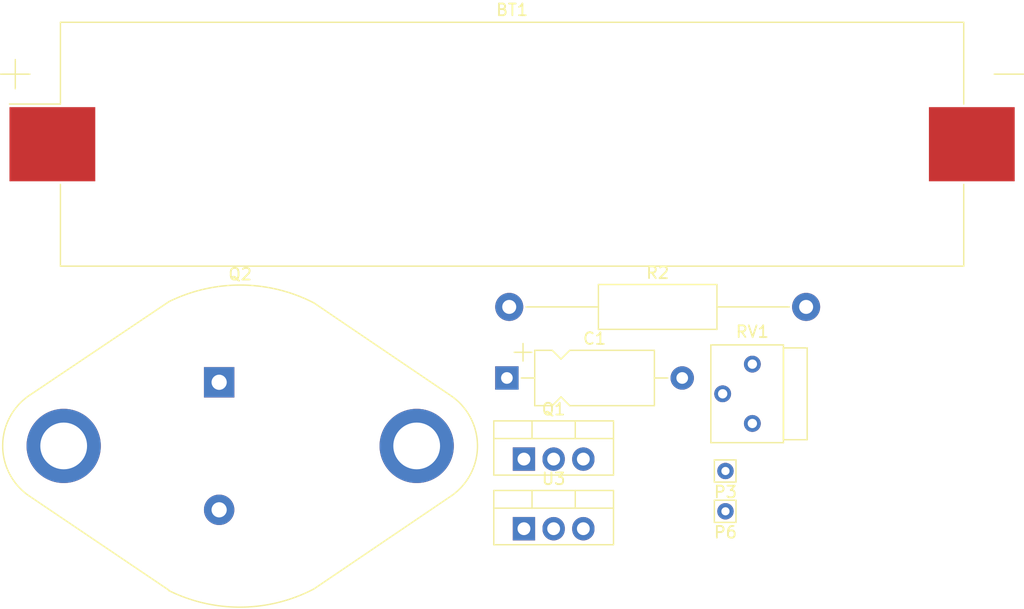
<source format=kicad_pcb>
(kicad_pcb (version 20221018) (generator pcbnew)
  (layers (0 "F.Cu" signal) (31 "B.Cu" signal) (34 "B.Paste" user) (35 "F.Paste" user) (36 "B.SilkS" user) (37 "F.SilkS" user) (38 "B.Mask" user) (39 "F.Mask" user) (44 "Edge.Cuts" user))
  (net 0 "")
  (net 1 "+BATT")
  (net 2 "GND")
  (net 3 "Net-(Q2-B)")
  (net 4 "Net-(Q1-C)")
  (net 5 "B_OUT")
  (net 6 "EN")
  (net 7 "Net-(U3-VO)")
  (net 8 "Net-(R2-Pad2)")
  (footprint "Capacitor_THT:CP_Axial_L10.0mm_D4.5mm_P15.00mm_Horizontal" (layer "F.Cu") (at 197.2 133.365)
    (fp_text reference "C1" (at 7.5 -3.37) (layer "F.SilkS"))
    (fp_text value "10 uF")
    (fp_line (start 0.63 -2.2) (end 2.13 -2.2) (stroke (width 0.12)) (layer "F.SilkS"))
    (fp_line (start 1.24 0) (end 2.38 0) (stroke (width 0.12)) (layer "F.SilkS"))
    (fp_line (start 1.38 -2.95) (end 1.38 -1.45) (stroke (width 0.12)) (layer "F.SilkS"))
    (fp_line (start 2.38 -2.37) (end 2.38 2.37) (stroke (width 0.12)) (layer "F.SilkS"))
    (fp_line (start 2.38 -2.37) (end 3.88 -2.37) (stroke (width 0.12)) (layer "F.SilkS"))
    (fp_line (start 2.38 2.37) (end 3.88 2.37) (stroke (width 0.12)) (layer "F.SilkS"))
    (fp_line (start 3.88 -2.37) (end 4.63 -1.62) (stroke (width 0.12)) (layer "F.SilkS"))
    (fp_line (start 3.88 2.37) (end 4.63 1.62) (stroke (width 0.12)) (layer "F.SilkS"))
    (fp_line (start 4.63 -1.62) (end 5.38 -2.37) (stroke (width 0.12)) (layer "F.SilkS"))
    (fp_line (start 4.63 1.62) (end 5.38 2.37) (stroke (width 0.12)) (layer "F.SilkS"))
    (fp_line (start 5.38 -2.37) (end 12.62 -2.37) (stroke (width 0.12)) (layer "F.SilkS"))
    (fp_line (start 5.38 2.37) (end 12.62 2.37) (stroke (width 0.12)) (layer "F.SilkS"))
    (fp_line (start 12.62 -2.37) (end 12.62 2.37) (stroke (width 0.12)) (layer "F.SilkS"))
    (fp_line (start 13.76 0) (end 12.62 0) (stroke (width 0.12)) (layer "F.SilkS"))
    (pad "1" thru_hole rect (at 0 0) (size 2 2) (drill 1) (layers "*.Cu" "*.Mask") (net 3 "Net-(Q2-B)"))
    (pad "2" thru_hole oval (at 15 0) (size 2 2) (drill 1) (layers "*.Cu" "*.Mask") (net 4 "Net-(Q1-C)"))
  )
  (footprint "Battery:BatteryHolder_Keystone_1042_1x18650" (layer "F.Cu") (at 197.645 113.35)
    (fp_text reference "BT1" (at 0 -11.5) (layer "F.SilkS"))
    (fp_text value "Battery")
    (fp_line (start -43.75 -6) (end -41.25 -6) (stroke (width 0.12)) (layer "F.SilkS"))
    (fp_line (start -42.5 -4.75) (end -42.5 -7.25) (stroke (width 0.12)) (layer "F.SilkS"))
    (fp_line (start -38.64 -10.44) (end -38.64 -3.44) (stroke (width 0.12)) (layer "F.SilkS"))
    (fp_line (start -38.64 -3.44) (end -43 -3.44) (stroke (width 0.12)) (layer "F.SilkS"))
    (fp_line (start -38.64 10.44) (end -38.64 3.44) (stroke (width 0.12)) (layer "F.SilkS"))
    (fp_line (start 38.64 -10.44) (end -38.64 -10.44) (stroke (width 0.12)) (layer "F.SilkS"))
    (fp_line (start 38.64 -3.44) (end 38.64 -10.42) (stroke (width 0.12)) (layer "F.SilkS"))
    (fp_line (start 38.64 3.44) (end 38.64 10.44) (stroke (width 0.12)) (layer "F.SilkS"))
    (fp_line (start 38.64 10.44) (end -38.64 10.44) (stroke (width 0.12)) (layer "F.SilkS"))
    (fp_line (start 43.75 -6) (end 41.25 -6) (stroke (width 0.12)) (layer "F.SilkS"))
    (pad "" np_thru_hole circle (at -35.93 -8) (size 2.39 2.39) (drill 2.39) (layers "*.Cu" "*.Mask"))
    (pad "" np_thru_hole circle (at -27.6 8) (size 3.45 3.45) (drill 3.45) (layers "*.Cu" "*.Mask"))
    (pad "" np_thru_hole circle (at 27.6 -8) (size 3.45 3.45) (drill 3.45) (layers "*.Cu" "*.Mask"))
    (pad "1" smd rect (at -39.33 0) (size 7.34 6.35) (layers "F.Cu" "F.Paste" "F.Mask") (net 1 "+BATT"))
    (pad "2" smd rect (at 39.33 0) (size 7.34 6.35) (layers "F.Cu" "F.Paste" "F.Mask") (net 2 "GND"))
  )
  (footprint "Package_TO_SOT_THT:TO-220-3_Vertical" (layer "F.Cu") (at 198.66 146.27)
    (fp_text reference "U3" (at 2.54 -4.27) (layer "F.SilkS"))
    (fp_text value "LM317_TO-220")
    (fp_line (start -2.58 -3.27) (end -2.58 1.371) (stroke (width 0.12)) (layer "F.SilkS"))
    (fp_line (start -2.58 -3.27) (end 7.66 -3.27) (stroke (width 0.12)) (layer "F.SilkS"))
    (fp_line (start -2.58 -1.76) (end 7.66 -1.76) (stroke (width 0.12)) (layer "F.SilkS"))
    (fp_line (start -2.58 1.371) (end 7.66 1.371) (stroke (width 0.12)) (layer "F.SilkS"))
    (fp_line (start 0.69 -3.27) (end 0.69 -1.76) (stroke (width 0.12)) (layer "F.SilkS"))
    (fp_line (start 4.391 -3.27) (end 4.391 -1.76) (stroke (width 0.12)) (layer "F.SilkS"))
    (fp_line (start 7.66 -3.27) (end 7.66 1.371) (stroke (width 0.12)) (layer "F.SilkS"))
    (pad "1" thru_hole rect (at 0 0) (size 1.905 2) (drill 1.1) (layers "*.Cu" "*.Mask"))
    (pad "2" thru_hole oval (at 2.54 0) (size 1.905 2) (drill 1.1) (layers "*.Cu" "*.Mask") (net 7 "Net-(U3-VO)"))
    (pad "3" thru_hole oval (at 5.08 0) (size 1.905 2) (drill 1.1) (layers "*.Cu" "*.Mask") (net 3 "Net-(Q2-B)"))
  )
  (footprint "Connector_Pin:Pin_D0.7mm_L6.5mm_W1.8mm_FlatFork" (layer "F.Cu") (at 215.9 144.78)
    (fp_text reference "P6" (at 0 1.8) (layer "F.SilkS"))
    (fp_text value "CONN_1")
    (fp_line (start -0.95 -0.95) (end -0.95 0.95) (stroke (width 0.12)) (layer "F.SilkS"))
    (fp_line (start -0.95 0.95) (end 0.9 0.95) (stroke (width 0.12)) (layer "F.SilkS"))
    (fp_line (start 0.9 -0.95) (end -0.95 -0.95) (stroke (width 0.12)) (layer "F.SilkS"))
    (fp_line (start 0.9 -0.9) (end 0.9 -0.95) (stroke (width 0.12)) (layer "F.SilkS"))
    (fp_line (start 0.9 0.95) (end 0.9 -0.9) (stroke (width 0.12)) (layer "F.SilkS"))
    (pad "1" thru_hole circle (at 0 0) (size 1.4 1.4) (drill 0.7) (layers "*.Cu" "*.Mask") (net 2 "GND"))
  )
  (footprint "Potentiometer_THT:Potentiometer_Bourns_3339S_Horizontal" (layer "F.Cu") (at 218.2 132.18)
    (fp_text reference "RV1" (at 0 -2.775) (layer "F.SilkS"))
    (fp_text value "0-1k")
    (fp_line (start -3.55 -1.646) (end -3.55 6.725) (stroke (width 0.12)) (layer "F.SilkS"))
    (fp_line (start -3.55 -1.646) (end 2.66 -1.646) (stroke (width 0.12)) (layer "F.SilkS"))
    (fp_line (start -3.55 6.725) (end 2.66 6.725) (stroke (width 0.12)) (layer "F.SilkS"))
    (fp_line (start 2.66 -1.646) (end 2.66 6.725) (stroke (width 0.12)) (layer "F.SilkS"))
    (fp_line (start 2.66 -1.39) (end 2.66 6.471) (stroke (width 0.12)) (layer "F.SilkS"))
    (fp_line (start 2.66 -1.39) (end 4.69 -1.39) (stroke (width 0.12)) (layer "F.SilkS"))
    (fp_line (start 2.66 6.471) (end 4.69 6.471) (stroke (width 0.12)) (layer "F.SilkS"))
    (fp_line (start 4.69 -1.39) (end 4.69 6.471) (stroke (width 0.12)) (layer "F.SilkS"))
    (pad "1" thru_hole circle (at 0 0) (size 1.44 1.44) (drill 0.8) (layers "*.Cu" "*.Mask") (net 4 "Net-(Q1-C)"))
    (pad "2" thru_hole circle (at -2.54 2.54) (size 1.44 1.44) (drill 0.8) (layers "*.Cu" "*.Mask") (net 4 "Net-(Q1-C)"))
    (pad "3" thru_hole circle (at 0 5.08) (size 1.44 1.44) (drill 0.8) (layers "*.Cu" "*.Mask") (net 8 "Net-(R2-Pad2)"))
  )
  (footprint "Package_TO_SOT_THT:TO-220-3_Vertical" (layer "F.Cu") (at 198.66 140.31)
    (fp_text reference "Q1" (at 2.54 -4.27) (layer "F.SilkS"))
    (fp_text value "TIP120")
    (fp_line (start -2.58 -3.27) (end -2.58 1.371) (stroke (width 0.12)) (layer "F.SilkS"))
    (fp_line (start -2.58 -3.27) (end 7.66 -3.27) (stroke (width 0.12)) (layer "F.SilkS"))
    (fp_line (start -2.58 -1.76) (end 7.66 -1.76) (stroke (width 0.12)) (layer "F.SilkS"))
    (fp_line (start -2.58 1.371) (end 7.66 1.371) (stroke (width 0.12)) (layer "F.SilkS"))
    (fp_line (start 0.69 -3.27) (end 0.69 -1.76) (stroke (width 0.12)) (layer "F.SilkS"))
    (fp_line (start 4.391 -3.27) (end 4.391 -1.76) (stroke (width 0.12)) (layer "F.SilkS"))
    (fp_line (start 7.66 -3.27) (end 7.66 1.371) (stroke (width 0.12)) (layer "F.SilkS"))
    (pad "1" thru_hole rect (at 0 0) (size 1.905 2) (drill 1.1) (layers "*.Cu" "*.Mask") (net 6 "EN"))
    (pad "2" thru_hole oval (at 2.54 0) (size 1.905 2) (drill 1.1) (layers "*.Cu" "*.Mask") (net 4 "Net-(Q1-C)"))
    (pad "3" thru_hole oval (at 5.08 0) (size 1.905 2) (drill 1.1) (layers "*.Cu" "*.Mask") (net 2 "GND"))
  )
  (footprint "Connector_Pin:Pin_D0.7mm_L6.5mm_W1.8mm_FlatFork" (layer "F.Cu") (at 215.9 141.33)
    (fp_text reference "P3" (at 0 1.8) (layer "F.SilkS"))
    (fp_text value "CONN_1")
    (fp_line (start -0.95 -0.95) (end -0.95 0.95) (stroke (width 0.12)) (layer "F.SilkS"))
    (fp_line (start -0.95 0.95) (end 0.9 0.95) (stroke (width 0.12)) (layer "F.SilkS"))
    (fp_line (start 0.9 -0.95) (end -0.95 -0.95) (stroke (width 0.12)) (layer "F.SilkS"))
    (fp_line (start 0.9 -0.9) (end 0.9 -0.95) (stroke (width 0.12)) (layer "F.SilkS"))
    (fp_line (start 0.9 0.95) (end 0.9 -0.9) (stroke (width 0.12)) (layer "F.SilkS"))
    (pad "1" thru_hole circle (at 0 0) (size 1.4 1.4) (drill 0.7) (layers "*.Cu" "*.Mask") (net 5 "B_OUT"))
  )
  (footprint "Resistor_THT:R_Axial_DIN0411_L9.9mm_D3.6mm_P25.40mm_Horizontal" (layer "F.Cu") (at 197.4 127.28)
    (fp_text reference "R2" (at 12.7 -2.92) (layer "F.SilkS"))
    (fp_text value "10")
    (fp_line (start 1.44 0) (end 7.63 0) (stroke (width 0.12)) (layer "F.SilkS"))
    (fp_line (start 7.63 -1.92) (end 7.63 1.92) (stroke (width 0.12)) (layer "F.SilkS"))
    (fp_line (start 7.63 1.92) (end 17.77 1.92) (stroke (width 0.12)) (layer "F.SilkS"))
    (fp_line (start 17.77 -1.92) (end 7.63 -1.92) (stroke (width 0.12)) (layer "F.SilkS"))
    (fp_line (start 17.77 1.92) (end 17.77 -1.92) (stroke (width 0.12)) (layer "F.SilkS"))
    (fp_line (start 23.96 0) (end 17.77 0) (stroke (width 0.12)) (layer "F.SilkS"))
    (pad "1" thru_hole circle (at 0 0) (size 2.4 2.4) (drill 1.2) (layers "*.Cu" "*.Mask") (net 7 "Net-(U3-VO)"))
    (pad "2" thru_hole oval (at 25.4 0) (size 2.4 2.4) (drill 1.2) (layers "*.Cu" "*.Mask") (net 8 "Net-(R2-Pad2)"))
  )
  (footprint "Package_TO_SOT_THT:TO-3" (layer "F.Cu") (at 172.583326 133.733225)
    (fp_text reference "Q2" (at 1.8 -9.25) (layer "F.SilkS"))
    (fp_text value "MJ2955")
    (fp_line (start -4.3 -6.9) (end -16.2 1.1) (stroke (width 0.12)) (layer "F.SilkS"))
    (fp_line (start -4.3 17.8) (end -16.3 9.7) (stroke (width 0.12)) (layer "F.SilkS"))
    (fp_line (start 8.1 -6.8) (end 19.9 1.2) (stroke (width 0.12)) (layer "F.SilkS"))
    (fp_line (start 8.1 17.7) (end 19.9 9.7) (stroke (width 0.12)) (layer "F.SilkS"))
    (fp_arc (start -16.3 9.7) (mid -18.519226 5.373614) (end -16.2 1.1) (stroke (width 0.12)) (layer "F.SilkS"))
    (fp_arc (start -4.3 -6.9) (mid 1.911888 -8.324079) (end 8.1 -6.8) (stroke (width 0.12)) (layer "F.SilkS"))
    (fp_arc (start 8.1 17.7) (mid 1.902495 19.252998) (end -4.325 17.825) (stroke (width 0.12)) (layer "F.SilkS"))
    (fp_arc (start 19.9 1.2) (mid 22.102159 5.45) (end 19.9 9.7) (stroke (width 0.12)) (layer "F.SilkS"))
    (pad "1" thru_hole rect (at 0 0) (size 2.6 2.6) (drill 1.3) (layers "*.Cu" "*.Mask") (net 3 "Net-(Q2-B)"))
    (pad "2" thru_hole circle (at 0 10.92) (size 2.6 2.6) (drill 1.3) (layers "*.Cu" "*.Mask") (net 1 "+BATT"))
    (pad "3" thru_hole circle (at -13.3 5.45) (size 6.35 6.35) (drill 4) (layers "*.Cu" "*.Mask") (net 5 "B_OUT"))
    (pad "3" thru_hole circle (at 16.9 5.45) (size 6.35 6.35) (drill 4) (layers "*.Cu" "*.Mask") (net 5 "B_OUT"))
  )
)
</source>
